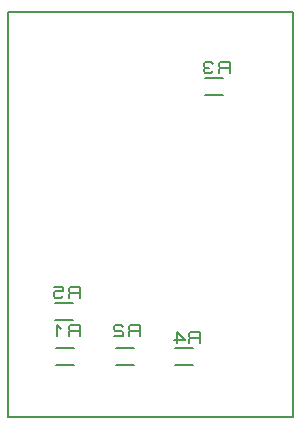
<source format=gbr>
G04 PROTEUS GERBER X2 FILE*
%TF.GenerationSoftware,Labcenter,Proteus,8.9-SP0-Build27865*%
%TF.CreationDate,2020-10-08T22:41:29+00:00*%
%TF.FileFunction,Legend,Bot*%
%TF.FilePolarity,Positive*%
%TF.Part,Single*%
%TF.SameCoordinates,{0b1cd8f1-c089-4694-997e-405263033d43}*%
%FSLAX45Y45*%
%MOMM*%
G01*
%TA.AperFunction,Profile*%
%ADD17C,0.203200*%
%TA.AperFunction,Material*%
%ADD20C,0.203200*%
%TD.AperFunction*%
D17*
X+0Y-3175000D02*
X+2413000Y-3175000D01*
X+2413000Y+254000D01*
X+0Y+254000D01*
X+0Y-3175000D01*
D20*
X+1821180Y-307340D02*
X+1668780Y-307340D01*
X+1818640Y-454660D02*
X+1668780Y-454660D01*
X+1874520Y-266700D02*
X+1874520Y-175260D01*
X+1795145Y-175260D01*
X+1779270Y-190500D01*
X+1779270Y-205740D01*
X+1795145Y-220980D01*
X+1874520Y-220980D01*
X+1795145Y-220980D02*
X+1779270Y-236220D01*
X+1779270Y-266700D01*
X+1731645Y-190500D02*
X+1715770Y-175260D01*
X+1668145Y-175260D01*
X+1652270Y-190500D01*
X+1652270Y-205740D01*
X+1668145Y-220980D01*
X+1652270Y-236220D01*
X+1652270Y-251460D01*
X+1668145Y-266700D01*
X+1715770Y-266700D01*
X+1731645Y-251460D01*
X+1699895Y-220980D02*
X+1668145Y-220980D01*
X+403860Y-2740660D02*
X+556260Y-2740660D01*
X+406400Y-2593340D02*
X+556260Y-2593340D01*
X+604520Y-2491740D02*
X+604520Y-2400300D01*
X+525145Y-2400300D01*
X+509270Y-2415540D01*
X+509270Y-2430780D01*
X+525145Y-2446020D01*
X+604520Y-2446020D01*
X+525145Y-2446020D02*
X+509270Y-2461260D01*
X+509270Y-2491740D01*
X+445770Y-2430780D02*
X+414020Y-2400300D01*
X+414020Y-2491740D01*
X+911860Y-2740660D02*
X+1064260Y-2740660D01*
X+914400Y-2593340D02*
X+1064260Y-2593340D01*
X+1112520Y-2491740D02*
X+1112520Y-2400300D01*
X+1033145Y-2400300D01*
X+1017270Y-2415540D01*
X+1017270Y-2430780D01*
X+1033145Y-2446020D01*
X+1112520Y-2446020D01*
X+1033145Y-2446020D02*
X+1017270Y-2461260D01*
X+1017270Y-2491740D01*
X+969645Y-2415540D02*
X+953770Y-2400300D01*
X+906145Y-2400300D01*
X+890270Y-2415540D01*
X+890270Y-2430780D01*
X+906145Y-2446020D01*
X+953770Y-2446020D01*
X+969645Y-2461260D01*
X+969645Y-2491740D01*
X+890270Y-2491740D01*
X+1567180Y-2593340D02*
X+1414780Y-2593340D01*
X+1564640Y-2740660D02*
X+1414780Y-2740660D01*
X+1620520Y-2552700D02*
X+1620520Y-2461260D01*
X+1541145Y-2461260D01*
X+1525270Y-2476500D01*
X+1525270Y-2491740D01*
X+1541145Y-2506980D01*
X+1620520Y-2506980D01*
X+1541145Y-2506980D02*
X+1525270Y-2522220D01*
X+1525270Y-2552700D01*
X+1398270Y-2522220D02*
X+1493520Y-2522220D01*
X+1430020Y-2461260D01*
X+1430020Y-2552700D01*
X+551180Y-2212340D02*
X+398780Y-2212340D01*
X+548640Y-2359660D02*
X+398780Y-2359660D01*
X+604520Y-2171700D02*
X+604520Y-2080260D01*
X+525145Y-2080260D01*
X+509270Y-2095500D01*
X+509270Y-2110740D01*
X+525145Y-2125980D01*
X+604520Y-2125980D01*
X+525145Y-2125980D02*
X+509270Y-2141220D01*
X+509270Y-2171700D01*
X+382270Y-2080260D02*
X+461645Y-2080260D01*
X+461645Y-2110740D01*
X+398145Y-2110740D01*
X+382270Y-2125980D01*
X+382270Y-2156460D01*
X+398145Y-2171700D01*
X+445770Y-2171700D01*
X+461645Y-2156460D01*
M02*

</source>
